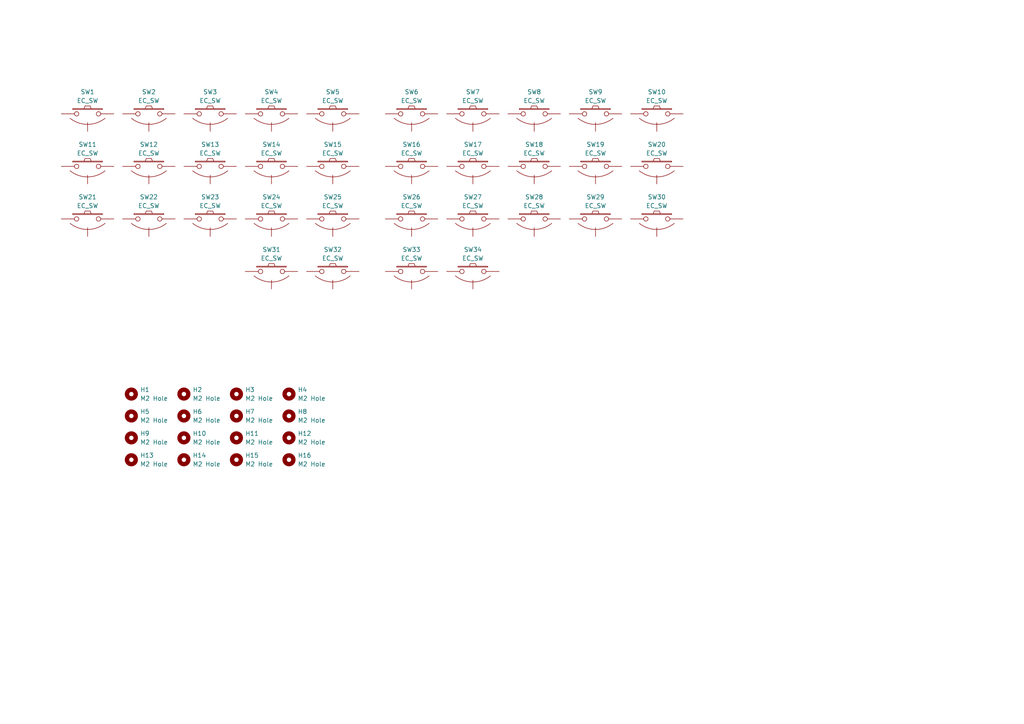
<source format=kicad_sch>
(kicad_sch (version 20230121) (generator eeschema)
  (paper "A4")
  (title_block (title "Le Capybara Plate") (date "2024-02-21") (rev "1.0") (company "sporkus"))
  (lib_symbols
    (symbol "Mechanical:MountingHole" (pin_names (offset 1.016))
      (property "Reference" "H" (at 0 5.08 0))
      (property "Value" "MountingHole" (at 0 3.175 0))
      (symbol "MountingHole_0_1"
        (circle (center 0 0) (radius 1.27) (stroke (width 1.27)))
      )
    )
    (symbol "cipulot_parts:EC_SW" (pin_numbers hide) (pin_names (offset 1.016) hide)
      (property "Reference" "SW" (at 3.81 2.794 0))
      (property "Value" "EC_SW" (at -3.81 3.81 0))
      (symbol "EC_SW_0_1"
        (arc (start -5.08 -1.27) (mid 0 -3.052) (end 5.08 -1.27))
        (rectangle (start -4.318 1.27) (end 4.318 1.524))
        (polyline (pts (xy -1.016 1.524) (xy -0.762 2.286) (xy 0.762 2.286) (xy 1.016 1.524)))
        (pin passive inverted (at -7.62 0 0) (length 5.08) (name "1") (number "1"))
        (pin passive inverted (at 7.62 0 180) (length 5.08) (name "2") (number "2"))
      )
      (symbol "EC_SW_1_1"
        (pin input line (at 0 -5.08 90) (length 2.54) (name "SG") (number "3"))
      )
    )
  )
  (symbol (lib_id "cipulot_parts:EC_SW") (at 25.4 48.26 0) (mirror y) (unit 1) (in_bom no)
    (property "Reference" "SW11" (at 25.4 41.91 0))
    (property "Value" "EC_SW" (at 25.4 44.45 0))
    (property "Footprint" "capacitive_sensors:plate_cut_1U_topre" (effects hide))
  )
  (symbol (lib_id "Mechanical:MountingHole") (at 53.34 114.3 0) (unit 1)
    (property "Reference" "H2" (at 55.88 113.03 0) (effects (justify left)))
    (property "Value" "M2 Hole" (at 55.88 115.57 0) (effects (justify left)))
    (property "Footprint" "capacitive_sensors:MountingHole_1.6mm_M2_tapped" (effects hide))
  )
  (symbol (lib_id "Mechanical:MountingHole") (at 53.34 127 0) (unit 1)
    (property "Reference" "H10" (at 55.88 125.73 0) (effects (justify left)))
    (property "Value" "M2 Hole" (at 55.88 128.27 0) (effects (justify left)))
    (property "Footprint" "capacitive_sensors:MountingHole_1.6mm_M2_tapped" (effects hide))
  )
  (symbol (lib_id "cipulot_parts:EC_SW") (at 96.52 48.26 0) (mirror y) (unit 1) (in_bom no)
    (property "Reference" "SW15" (at 96.52 41.91 0))
    (property "Value" "EC_SW" (at 96.52 44.45 0))
    (property "Footprint" "capacitive_sensors:plate_cut_1U_topre" (effects hide))
  )
  (symbol (lib_id "cipulot_parts:EC_SW") (at 172.72 63.5 0) (mirror y) (unit 1) (in_bom no)
    (property "Reference" "SW29" (at 172.72 57.15 0))
    (property "Value" "EC_SW" (at 172.72 59.69 0))
    (property "Footprint" "capacitive_sensors:plate_cut_1U_topre" (effects hide))
  )
  (symbol (lib_id "Mechanical:MountingHole") (at 68.58 127 0) (unit 1)
    (property "Reference" "H11" (at 71.12 125.73 0) (effects (justify left)))
    (property "Value" "M2 Hole" (at 71.12 128.27 0) (effects (justify left)))
    (property "Footprint" "capacitive_sensors:MountingHole_1.6mm_M2_tapped" (effects hide))
  )
  (symbol (lib_id "Mechanical:MountingHole") (at 38.1 120.65 0) (unit 1)
    (property "Reference" "H5" (at 40.64 119.38 0) (effects (justify left)))
    (property "Value" "M2 Hole" (at 40.64 121.92 0) (effects (justify left)))
    (property "Footprint" "capacitive_sensors:MountingHole_1.6mm_M2_tapped" (effects hide))
  )
  (symbol (lib_id "cipulot_parts:EC_SW") (at 154.94 63.5 0) (mirror y) (unit 1) (in_bom no)
    (property "Reference" "SW28" (at 154.94 57.15 0))
    (property "Value" "EC_SW" (at 154.94 59.69 0))
    (property "Footprint" "capacitive_sensors:plate_cut_1U_topre" (effects hide))
  )
  (symbol (lib_id "cipulot_parts:EC_SW") (at 60.96 63.5 0) (mirror y) (unit 1) (in_bom no)
    (property "Reference" "SW23" (at 60.96 57.15 0))
    (property "Value" "EC_SW" (at 60.96 59.69 0))
    (property "Footprint" "capacitive_sensors:plate_cut_1U_topre" (effects hide))
  )
  (symbol (lib_id "cipulot_parts:EC_SW") (at 119.38 78.74 0) (mirror y) (unit 1) (in_bom no)
    (property "Reference" "SW33" (at 119.38 72.39 0))
    (property "Value" "EC_SW" (at 119.38 74.93 0))
    (property "Footprint" "capacitive_sensors:plate_cut_2U_topre" (effects hide))
  )
  (symbol (lib_id "cipulot_parts:EC_SW") (at 119.38 63.5 0) (mirror y) (unit 1) (in_bom no)
    (property "Reference" "SW26" (at 119.38 57.15 0))
    (property "Value" "EC_SW" (at 119.38 59.69 0))
    (property "Footprint" "capacitive_sensors:plate_cut_1U_topre" (effects hide))
  )
  (symbol (lib_id "cipulot_parts:EC_SW") (at 78.74 78.74 0) (mirror y) (unit 1) (in_bom no)
    (property "Reference" "SW31" (at 78.74 72.39 0))
    (property "Value" "EC_SW" (at 78.74 74.93 0))
    (property "Footprint" "capacitive_sensors:plate_cut_1U_topre" (effects hide))
  )
  (symbol (lib_id "cipulot_parts:EC_SW") (at 60.96 48.26 0) (mirror y) (unit 1) (in_bom no)
    (property "Reference" "SW13" (at 60.96 41.91 0))
    (property "Value" "EC_SW" (at 60.96 44.45 0))
    (property "Footprint" "capacitive_sensors:plate_cut_1U_topre" (effects hide))
  )
  (symbol (lib_id "cipulot_parts:EC_SW") (at 43.18 63.5 0) (mirror y) (unit 1) (in_bom no)
    (property "Reference" "SW22" (at 43.18 57.15 0))
    (property "Value" "EC_SW" (at 43.18 59.69 0))
    (property "Footprint" "capacitive_sensors:plate_cut_1U_topre" (effects hide))
  )
  (symbol (lib_id "Mechanical:MountingHole") (at 83.82 114.3 0) (unit 1)
    (property "Reference" "H4" (at 86.36 113.03 0) (effects (justify left)))
    (property "Value" "M2 Hole" (at 86.36 115.57 0) (effects (justify left)))
    (property "Footprint" "capacitive_sensors:MountingHole_1.6mm_M2_tapped" (effects hide))
  )
  (symbol (lib_id "cipulot_parts:EC_SW") (at 119.38 33.02 0) (mirror y) (unit 1) (in_bom no)
    (property "Reference" "SW6" (at 119.38 26.67 0))
    (property "Value" "EC_SW" (at 119.38 29.21 0))
    (property "Footprint" "capacitive_sensors:plate_cut_1U_topre" (effects hide))
  )
  (symbol (lib_id "cipulot_parts:EC_SW") (at 172.72 48.26 0) (mirror y) (unit 1) (in_bom no)
    (property "Reference" "SW19" (at 172.72 41.91 0))
    (property "Value" "EC_SW" (at 172.72 44.45 0))
    (property "Footprint" "capacitive_sensors:plate_cut_1U_topre" (effects hide))
  )
  (symbol (lib_id "Mechanical:MountingHole") (at 83.82 133.35 0) (unit 1)
    (property "Reference" "H16" (at 86.36 132.08 0) (effects (justify left)))
    (property "Value" "M2 Hole" (at 86.36 134.62 0) (effects (justify left)))
    (property "Footprint" "capacitive_sensors:MountingHole_1.6mm_M2_tapped" (effects hide))
  )
  (symbol (lib_id "cipulot_parts:EC_SW") (at 78.74 63.5 0) (mirror y) (unit 1) (in_bom no)
    (property "Reference" "SW24" (at 78.74 57.15 0))
    (property "Value" "EC_SW" (at 78.74 59.69 0))
    (property "Footprint" "capacitive_sensors:plate_cut_1U_topre" (effects hide))
  )
  (symbol (lib_id "cipulot_parts:EC_SW") (at 25.4 33.02 0) (mirror y) (unit 1) (in_bom no)
    (property "Reference" "SW1" (at 25.4 26.67 0))
    (property "Value" "EC_SW" (at 25.4 29.21 0))
    (property "Footprint" "capacitive_sensors:plate_cut_1U_topre" (effects hide))
  )
  (symbol (lib_id "cipulot_parts:EC_SW") (at 190.5 48.26 0) (mirror y) (unit 1) (in_bom no)
    (property "Reference" "SW20" (at 190.5 41.91 0))
    (property "Value" "EC_SW" (at 190.5 44.45 0))
    (property "Footprint" "capacitive_sensors:plate_cut_1U_topre" (effects hide))
  )
  (symbol (lib_id "cipulot_parts:EC_SW") (at 137.16 78.74 0) (mirror y) (unit 1) (in_bom no)
    (property "Reference" "SW34" (at 137.16 72.39 0))
    (property "Value" "EC_SW" (at 137.16 74.93 0))
    (property "Footprint" "capacitive_sensors:plate_cut_1U_topre" (effects hide))
  )
  (symbol (lib_id "cipulot_parts:EC_SW") (at 137.16 48.26 0) (mirror y) (unit 1) (in_bom no)
    (property "Reference" "SW17" (at 137.16 41.91 0))
    (property "Value" "EC_SW" (at 137.16 44.45 0))
    (property "Footprint" "capacitive_sensors:plate_cut_1U_topre" (effects hide))
  )
  (symbol (lib_id "cipulot_parts:EC_SW") (at 78.74 33.02 0) (mirror y) (unit 1) (in_bom no)
    (property "Reference" "SW4" (at 78.74 26.67 0))
    (property "Value" "EC_SW" (at 78.74 29.21 0))
    (property "Footprint" "capacitive_sensors:plate_cut_1U_topre" (effects hide))
  )
  (symbol (lib_id "Mechanical:MountingHole") (at 68.58 120.65 0) (unit 1)
    (property "Reference" "H7" (at 71.12 119.38 0) (effects (justify left)))
    (property "Value" "M2 Hole" (at 71.12 121.92 0) (effects (justify left)))
    (property "Footprint" "capacitive_sensors:MountingHole_1.6mm_M2_tapped" (effects hide))
  )
  (symbol (lib_id "cipulot_parts:EC_SW") (at 190.5 63.5 0) (mirror y) (unit 1) (in_bom no)
    (property "Reference" "SW30" (at 190.5 57.15 0))
    (property "Value" "EC_SW" (at 190.5 59.69 0))
    (property "Footprint" "capacitive_sensors:plate_cut_1U_topre" (effects hide))
  )
  (symbol (lib_id "Mechanical:MountingHole") (at 38.1 133.35 0) (unit 1)
    (property "Reference" "H13" (at 40.64 132.08 0) (effects (justify left)))
    (property "Value" "M2 Hole" (at 40.64 134.62 0) (effects (justify left)))
    (property "Footprint" "capacitive_sensors:MountingHole_1.6mm_M2_tapped" (effects hide))
  )
  (symbol (lib_id "Mechanical:MountingHole") (at 68.58 114.3 0) (unit 1)
    (property "Reference" "H3" (at 71.12 113.03 0) (effects (justify left)))
    (property "Value" "M2 Hole" (at 71.12 115.57 0) (effects (justify left)))
    (property "Footprint" "capacitive_sensors:MountingHole_1.6mm_M2_tapped" (effects hide))
  )
  (symbol (lib_id "cipulot_parts:EC_SW") (at 78.74 48.26 0) (mirror y) (unit 1) (in_bom no)
    (property "Reference" "SW14" (at 78.74 41.91 0))
    (property "Value" "EC_SW" (at 78.74 44.45 0))
    (property "Footprint" "capacitive_sensors:plate_cut_1U_topre" (effects hide))
  )
  (symbol (lib_id "cipulot_parts:EC_SW") (at 154.94 33.02 0) (mirror y) (unit 1) (in_bom no)
    (property "Reference" "SW8" (at 154.94 26.67 0))
    (property "Value" "EC_SW" (at 154.94 29.21 0))
    (property "Footprint" "capacitive_sensors:plate_cut_1U_topre" (effects hide))
  )
  (symbol (lib_id "cipulot_parts:EC_SW") (at 96.52 63.5 0) (mirror y) (unit 1) (in_bom no)
    (property "Reference" "SW25" (at 96.52 57.15 0))
    (property "Value" "EC_SW" (at 96.52 59.69 0))
    (property "Footprint" "capacitive_sensors:plate_cut_1U_topre" (effects hide))
  )
  (symbol (lib_id "Mechanical:MountingHole") (at 53.34 133.35 0) (unit 1)
    (property "Reference" "H14" (at 55.88 132.08 0) (effects (justify left)))
    (property "Value" "M2 Hole" (at 55.88 134.62 0) (effects (justify left)))
    (property "Footprint" "capacitive_sensors:MountingHole_1.6mm_M2_tapped" (effects hide))
  )
  (symbol (lib_id "cipulot_parts:EC_SW") (at 96.52 78.74 0) (mirror y) (unit 1) (in_bom no)
    (property "Reference" "SW32" (at 96.52 72.39 0))
    (property "Value" "EC_SW" (at 96.52 74.93 0))
    (property "Footprint" "capacitive_sensors:plate_cut_2U_topre" (effects hide))
  )
  (symbol (lib_id "cipulot_parts:EC_SW") (at 96.52 33.02 0) (mirror y) (unit 1) (in_bom no)
    (property "Reference" "SW5" (at 96.52 26.67 0))
    (property "Value" "EC_SW" (at 96.52 29.21 0))
    (property "Footprint" "capacitive_sensors:plate_cut_1U_topre" (effects hide))
  )
  (symbol (lib_id "Mechanical:MountingHole") (at 38.1 114.3 0) (unit 1)
    (property "Reference" "H1" (at 40.64 113.03 0) (effects (justify left)))
    (property "Value" "M2 Hole" (at 40.64 115.57 0) (effects (justify left)))
    (property "Footprint" "capacitive_sensors:MountingHole_1.6mm_M2_tapped" (effects hide))
  )
  (symbol (lib_id "cipulot_parts:EC_SW") (at 137.16 33.02 0) (mirror y) (unit 1) (in_bom no)
    (property "Reference" "SW7" (at 137.16 26.67 0))
    (property "Value" "EC_SW" (at 137.16 29.21 0))
    (property "Footprint" "capacitive_sensors:plate_cut_1U_topre" (effects hide))
  )
  (symbol (lib_id "cipulot_parts:EC_SW") (at 60.96 33.02 0) (mirror y) (unit 1) (in_bom no)
    (property "Reference" "SW3" (at 60.96 26.67 0))
    (property "Value" "EC_SW" (at 60.96 29.21 0))
    (property "Footprint" "capacitive_sensors:plate_cut_1U_topre" (effects hide))
  )
  (symbol (lib_id "Mechanical:MountingHole") (at 83.82 120.65 0) (unit 1)
    (property "Reference" "H8" (at 86.36 119.38 0) (effects (justify left)))
    (property "Value" "M2 Hole" (at 86.36 121.92 0) (effects (justify left)))
    (property "Footprint" "capacitive_sensors:MountingHole_1.6mm_M2_tapped" (effects hide))
  )
  (symbol (lib_id "cipulot_parts:EC_SW") (at 43.18 48.26 0) (mirror y) (unit 1) (in_bom no)
    (property "Reference" "SW12" (at 43.18 41.91 0))
    (property "Value" "EC_SW" (at 43.18 44.45 0))
    (property "Footprint" "capacitive_sensors:plate_cut_1U_topre" (effects hide))
  )
  (symbol (lib_id "Mechanical:MountingHole") (at 68.58 133.35 0) (unit 1)
    (property "Reference" "H15" (at 71.12 132.08 0) (effects (justify left)))
    (property "Value" "M2 Hole" (at 71.12 134.62 0) (effects (justify left)))
    (property "Footprint" "capacitive_sensors:MountingHole_1.6mm_M2_tapped" (effects hide))
  )
  (symbol (lib_id "Mechanical:MountingHole") (at 83.82 127 0) (unit 1)
    (property "Reference" "H12" (at 86.36 125.73 0) (effects (justify left)))
    (property "Value" "M2 Hole" (at 86.36 128.27 0) (effects (justify left)))
    (property "Footprint" "capacitive_sensors:MountingHole_1.6mm_M2_tapped" (effects hide))
  )
  (symbol (lib_id "cipulot_parts:EC_SW") (at 154.94 48.26 0) (mirror y) (unit 1) (in_bom no)
    (property "Reference" "SW18" (at 154.94 41.91 0))
    (property "Value" "EC_SW" (at 154.94 44.45 0))
    (property "Footprint" "capacitive_sensors:plate_cut_1U_topre" (effects hide))
  )
  (symbol (lib_id "cipulot_parts:EC_SW") (at 119.38 48.26 0) (mirror y) (unit 1) (in_bom no)
    (property "Reference" "SW16" (at 119.38 41.91 0))
    (property "Value" "EC_SW" (at 119.38 44.45 0))
    (property "Footprint" "capacitive_sensors:plate_cut_1U_topre" (effects hide))
  )
  (symbol (lib_id "Mechanical:MountingHole") (at 38.1 127 0) (unit 1)
    (property "Reference" "H9" (at 40.64 125.73 0) (effects (justify left)))
    (property "Value" "M2 Hole" (at 40.64 128.27 0) (effects (justify left)))
    (property "Footprint" "capacitive_sensors:MountingHole_1.6mm_M2_tapped" (effects hide))
  )
  (symbol (lib_id "Mechanical:MountingHole") (at 53.34 120.65 0) (unit 1)
    (property "Reference" "H6" (at 55.88 119.38 0) (effects (justify left)))
    (property "Value" "M2 Hole" (at 55.88 121.92 0) (effects (justify left)))
    (property "Footprint" "capacitive_sensors:MountingHole_1.6mm_M2_tapped" (effects hide))
  )
  (symbol (lib_id "cipulot_parts:EC_SW") (at 137.16 63.5 0) (mirror y) (unit 1) (in_bom no)
    (property "Reference" "SW27" (at 137.16 57.15 0))
    (property "Value" "EC_SW" (at 137.16 59.69 0))
    (property "Footprint" "capacitive_sensors:plate_cut_1U_topre" (effects hide))
  )
  (symbol (lib_id "cipulot_parts:EC_SW") (at 43.18 33.02 0) (mirror y) (unit 1) (in_bom no)
    (property "Reference" "SW2" (at 43.18 26.67 0))
    (property "Value" "EC_SW" (at 43.18 29.21 0))
    (property "Footprint" "capacitive_sensors:plate_cut_1U_topre" (effects hide))
  )
  (symbol (lib_id "cipulot_parts:EC_SW") (at 190.5 33.02 0) (mirror y) (unit 1) (in_bom no)
    (property "Reference" "SW10" (at 190.5 26.67 0))
    (property "Value" "EC_SW" (at 190.5 29.21 0))
    (property "Footprint" "capacitive_sensors:plate_cut_1U_topre" (effects hide))
  )
  (symbol (lib_id "cipulot_parts:EC_SW") (at 25.4 63.5 0) (mirror y) (unit 1) (in_bom no)
    (property "Reference" "SW21" (at 25.4 57.15 0))
    (property "Value" "EC_SW" (at 25.4 59.69 0))
    (property "Footprint" "capacitive_sensors:plate_cut_1U_topre" (effects hide))
  )
  (symbol (lib_id "cipulot_parts:EC_SW") (at 172.72 33.02 0) (mirror y) (unit 1) (in_bom no)
    (property "Reference" "SW9" (at 172.72 26.67 0))
    (property "Value" "EC_SW" (at 172.72 29.21 0))
    (property "Footprint" "capacitive_sensors:plate_cut_1U_topre" (effects hide))
  )
)
</source>
